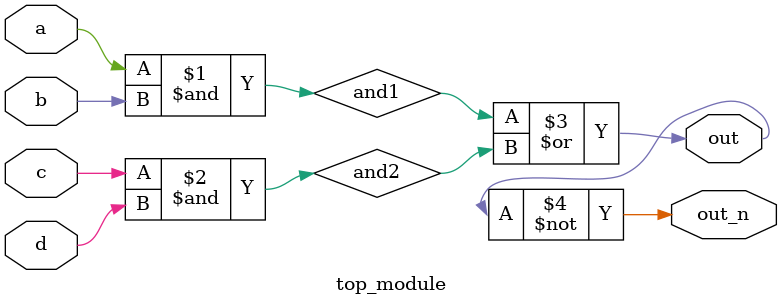
<source format=sv>
module top_module (
    input a,
    input b,
    input c,
    input d,
    output out,
    output out_n
);

wire and1, and2;

// First layer: AND gates
and and_gate1(and1, a, b);
and and_gate2(and2, c, d);

// Second layer: OR gate
or or_gate(out, and1, and2);

// Inverted output
not not_gate(out_n, out);

endmodule

</source>
